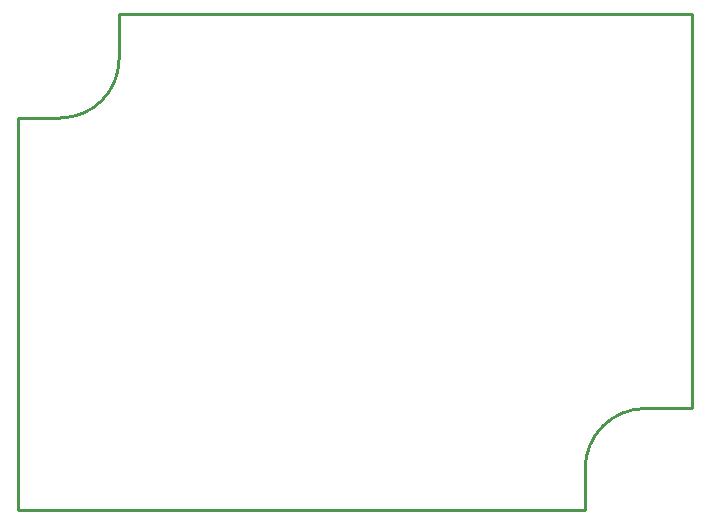
<source format=gko>
G04 Layer_Color=16711935*
%FSLAX25Y25*%
%MOIN*%
G70*
G01*
G75*
%ADD36C,0.01000*%
%ADD37C,0.00984*%
D36*
X237744Y57875D02*
G03*
X217666Y37796I0J-20079D01*
G01*
X42618Y154724D02*
G03*
X62303Y174409I0J19685D01*
G01*
D37*
X217717Y24016D02*
Y27498D01*
Y34364D02*
Y37796D01*
X28740Y24114D02*
X28839Y24016D01*
X28740D02*
X217717D01*
X28740Y24114D02*
Y154724D01*
X42618D01*
X217717Y27498D02*
Y34364D01*
X62303Y189370D02*
X253150D01*
Y57874D02*
Y189370D01*
X237744Y57874D02*
X253150D01*
X62303Y174409D02*
Y189370D01*
M02*

</source>
